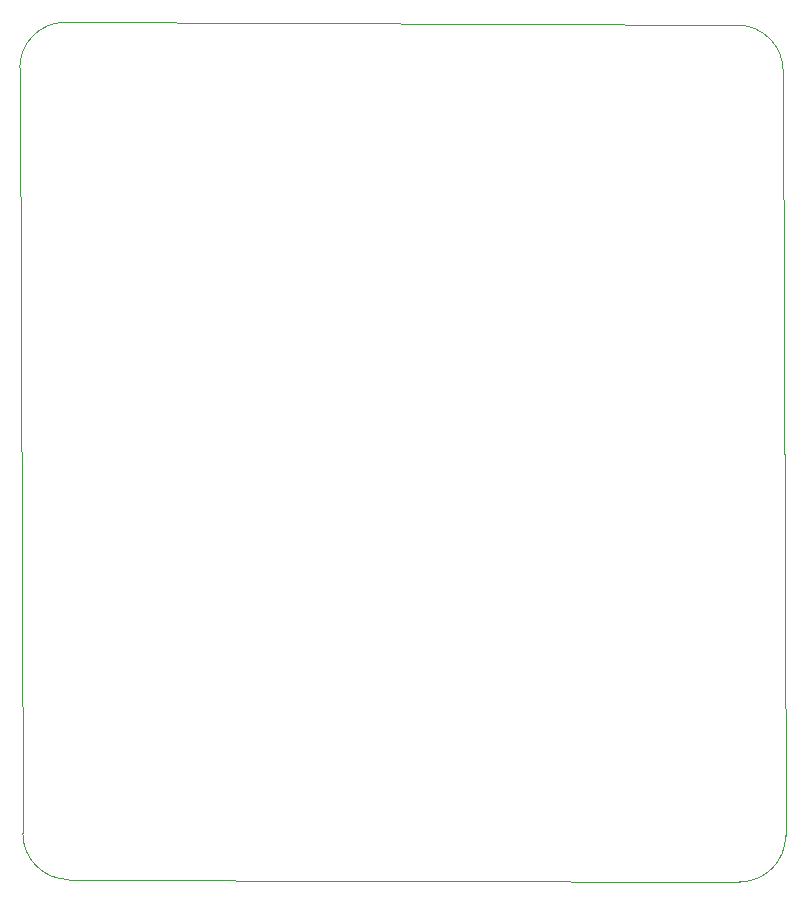
<source format=gbr>
%TF.GenerationSoftware,KiCad,Pcbnew,(6.0.7-1)-1*%
%TF.CreationDate,2023-05-02T22:47:36-04:00*%
%TF.ProjectId,pcb,7063622e-6b69-4636-9164-5f7063625858,rev?*%
%TF.SameCoordinates,Original*%
%TF.FileFunction,Profile,NP*%
%FSLAX46Y46*%
G04 Gerber Fmt 4.6, Leading zero omitted, Abs format (unit mm)*
G04 Created by KiCad (PCBNEW (6.0.7-1)-1) date 2023-05-02 22:47:36*
%MOMM*%
%LPD*%
G01*
G04 APERTURE LIST*
%TA.AperFunction,Profile*%
%ADD10C,0.100000*%
%TD*%
G04 APERTURE END LIST*
D10*
X169642279Y-137242279D02*
X169650000Y-137142284D01*
X108657722Y-68357727D02*
G75*
G03*
X104800000Y-72200000I0J-3857753D01*
G01*
X105057716Y-137042284D02*
G75*
G03*
X108957716Y-140942284I3899984J-16D01*
G01*
X169442279Y-72500000D02*
X169650000Y-137142284D01*
X105057716Y-137042284D02*
X104800000Y-72200000D01*
X108657722Y-68357727D02*
X165542279Y-68600000D01*
X169442279Y-72500000D02*
G75*
G03*
X165542279Y-68600000I-3899984J16D01*
G01*
X165742279Y-141142279D02*
X108957716Y-140942284D01*
X165742279Y-141142279D02*
G75*
G03*
X169642279Y-137242279I16J3899984D01*
G01*
M02*

</source>
